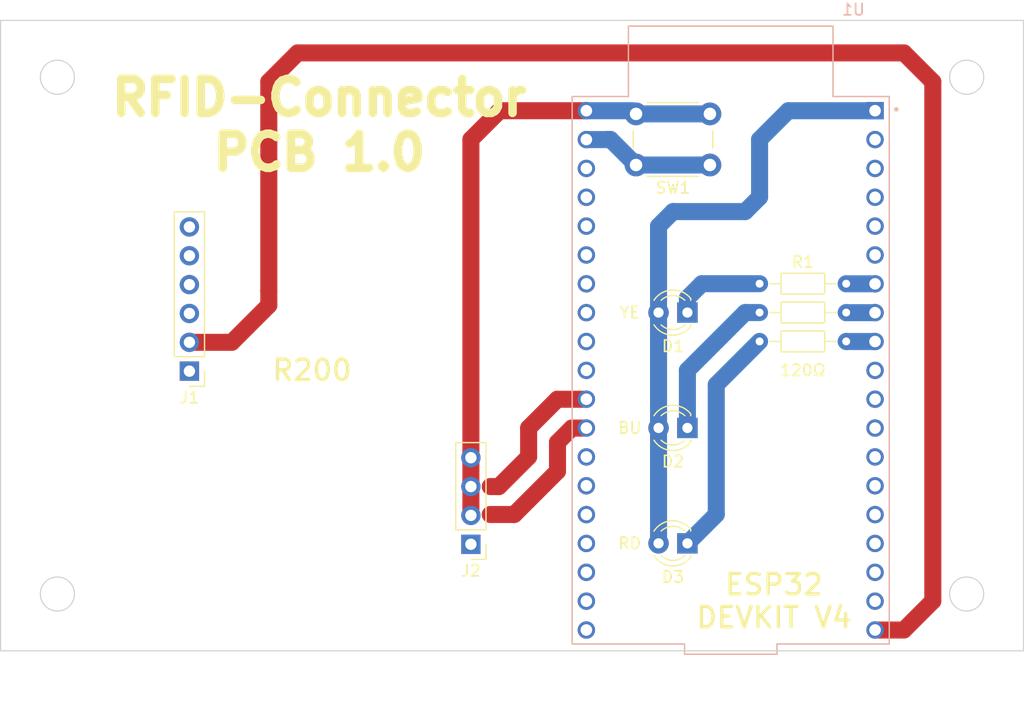
<source format=kicad_pcb>
(kicad_pcb (version 20211014) (generator pcbnew)
  (layers (0 "F.Cu" signal) (31 "B.Cu" signal) (34 "B.Paste" user) (35 "F.Paste" user) (36 "B.SilkS" user "B.Silkscreen") (37 "F.SilkS" user "F.Silkscreen") (38 "B.Mask" user) (39 "F.Mask" user) (44 "Edge.Cuts" user))
  (net 0 "")
  (net 1 "Net-(D1-Pad1)")
  (net 2 "Net-(D1-Pad2)")
  (net 3 "Net-(D2-Pad1)")
  (net 4 "Net-(D3-Pad1)")
  (net 6 "Net-(J1-Pad2)")
  (net 12 "Net-(J2-Pad2)")
  (net 13 "Net-(J2-Pad3)")
  (net 14 "Net-(J2-Pad4)")
  (net 15 "Net-(R1-Pad2)")
  (net 16 "Net-(R2-Pad2)")
  (net 17 "Net-(R3-Pad2)")
  (net 18 "Net-(SW1-Pad1)")
  (footprint "LED_THT:LED_D3.0mm" (layer "F.Cu") (at 138.43 66.04 180)
    (fp_text reference "D3" (at 1.27 -2.96) (layer "F.SilkS"))
    (fp_text value "LED WIFI")
    (fp_line (start -0.29 -1.236) (end -0.29 -1.08) (layer "F.SilkS") (width 0.12))
    (fp_line (start -0.29 1.08) (end -0.29 1.236) (layer "F.SilkS") (width 0.12))
    (fp_arc (start 0.229039 -1.08) (mid 1.270117 -1.5) (end 2.31113 -1.079837) (layer "F.SilkS") (width 0.12))
    (fp_arc (start -0.29 -1.235516) (mid 1.366487 -1.987659) (end 2.942335 -1.078608) (layer "F.SilkS") (width 0.12))
    (fp_arc (start 2.31113 1.079837) (mid 1.270117 1.5) (end 0.229039 1.08) (layer "F.SilkS") (width 0.12))
    (fp_arc (start 2.942335 1.078608) (mid 1.366487 1.987659) (end -0.29 1.235516) (layer "F.SilkS") (width 0.12))
    (pad "1" thru_hole rect (at 0 0 180) (size 1.8 1.8) (drill 0.9) (layers *.Cu *.Mask) (net 4 "Net-(D3-Pad1)"))
    (pad "2" thru_hole circle (at 2.54 0 180) (size 1.8 1.8) (drill 0.9) (layers *.Cu *.Mask) (net 2 "Net-(D1-Pad2)"))
  )
  (footprint "Resistor_THT:R_Axial_DIN0204_L3.6mm_D1.6mm_P7.62mm_Horizontal" (layer "F.Cu") (at 144.78 45.72)
    (fp_text reference "R2" hide)
    (fp_text value "R120")
    (fp_line (start 1.89 0.92) (end 5.73 0.92) (layer "F.SilkS") (width 0.12))
    (fp_line (start 0.94 0) (end 1.89 0) (layer "F.SilkS") (width 0.12))
    (fp_line (start 6.68 0) (end 5.73 0) (layer "F.SilkS") (width 0.12))
    (fp_line (start 1.89 -0.92) (end 1.89 0.92) (layer "F.SilkS") (width 0.12))
    (fp_line (start 5.73 -0.92) (end 1.89 -0.92) (layer "F.SilkS") (width 0.12))
    (fp_line (start 5.73 0.92) (end 5.73 -0.92) (layer "F.SilkS") (width 0.12))
    (pad "1" thru_hole circle (at 0 0) (size 1.4 1.4) (drill 0.7) (layers *.Cu *.Mask) (net 3 "Net-(D2-Pad1)"))
    (pad "2" thru_hole oval (at 7.62 0) (size 1.4 1.4) (drill 0.7) (layers *.Cu *.Mask) (net 16 "Net-(R2-Pad2)"))
  )
  (footprint "Button_Switch_THT:SW_PUSH_6mm" (layer "F.Cu") (at 140.41 32.73 180)
    (fp_text reference "SW1" (at 3.25 -2) (layer "F.SilkS"))
    (fp_text value "SW_RESET_TAG_IDs")
    (fp_line (start -0.25 1.5) (end -0.25 3) (layer "F.SilkS") (width 0.12))
    (fp_line (start 1 5.5) (end 5.5 5.5) (layer "F.SilkS") (width 0.12))
    (fp_line (start 5.5 -1) (end 1 -1) (layer "F.SilkS") (width 0.12))
    (fp_line (start 6.75 3) (end 6.75 1.5) (layer "F.SilkS") (width 0.12))
    (pad "1" thru_hole circle (at 0 0 270) (size 2 2) (drill 1.1) (layers *.Cu *.Mask) (net 18 "Net-(SW1-Pad1)"))
    (pad "1" thru_hole circle (at 6.5 0 270) (size 2 2) (drill 1.1) (layers *.Cu *.Mask) (net 18 "Net-(SW1-Pad1)"))
    (pad "2" thru_hole circle (at 0 4.5 270) (size 2 2) (drill 1.1) (layers *.Cu *.Mask) (net 14 "Net-(J2-Pad4)"))
    (pad "2" thru_hole circle (at 6.5 4.5 270) (size 2 2) (drill 1.1) (layers *.Cu *.Mask) (net 14 "Net-(J2-Pad4)"))
  )
  (footprint "LED_THT:LED_D3.0mm" (layer "F.Cu") (at 138.43 55.88 180)
    (fp_text reference "D2" (at 1.27 -2.96) (layer "F.SilkS"))
    (fp_text value "LED WEBSOCKET")
    (fp_line (start -0.29 -1.236) (end -0.29 -1.08) (layer "F.SilkS") (width 0.12))
    (fp_line (start -0.29 1.08) (end -0.29 1.236) (layer "F.SilkS") (width 0.12))
    (fp_arc (start 2.942335 1.078608) (mid 1.366487 1.987659) (end -0.29 1.235516) (layer "F.SilkS") (width 0.12))
    (fp_arc (start 0.229039 -1.08) (mid 1.270117 -1.5) (end 2.31113 -1.079837) (layer "F.SilkS") (width 0.12))
    (fp_arc (start -0.29 -1.235516) (mid 1.366487 -1.987659) (end 2.942335 -1.078608) (layer "F.SilkS") (width 0.12))
    (fp_arc (start 2.31113 1.079837) (mid 1.270117 1.5) (end 0.229039 1.08) (layer "F.SilkS") (width 0.12))
    (pad "1" thru_hole rect (at 0 0 180) (size 1.8 1.8) (drill 0.9) (layers *.Cu *.Mask) (net 3 "Net-(D2-Pad1)"))
    (pad "2" thru_hole circle (at 2.54 0 180) (size 1.8 1.8) (drill 0.9) (layers *.Cu *.Mask) (net 2 "Net-(D1-Pad2)"))
  )
  (footprint "Connector_PinHeader_2.54mm:PinHeader_1x06_P2.54mm_Vertical" (layer "F.Cu") (at 94.615 50.88 180)
    (fp_text reference "J1" (at 0 -2.33) (layer "F.SilkS"))
    (fp_text value "+5V power supply")
    (fp_line (start -1.33 14.03) (end 1.33 14.03) (layer "F.SilkS") (width 0.12))
    (fp_line (start -1.33 1.27) (end -1.33 14.03) (layer "F.SilkS") (width 0.12))
    (fp_line (start -1.33 1.27) (end 1.33 1.27) (layer "F.SilkS") (width 0.12))
    (fp_line (start 1.33 1.27) (end 1.33 14.03) (layer "F.SilkS") (width 0.12))
    (fp_line (start -1.33 -1.33) (end 0 -1.33) (layer "F.SilkS") (width 0.12))
    (fp_line (start -1.33 0) (end -1.33 -1.33) (layer "F.SilkS") (width 0.12))
    (pad "1" thru_hole rect (at 0 0 180) (size 1.7 1.7) (drill 1) (layers *.Cu *.Mask))
    (pad "2" thru_hole oval (at 0 2.54 180) (size 1.7 1.7) (drill 1) (layers *.Cu *.Mask) (net 6 "Net-(J1-Pad2)"))
    (pad "3" thru_hole oval (at 0 5.08 180) (size 1.7 1.7) (drill 1) (layers *.Cu *.Mask))
    (pad "4" thru_hole oval (at 0 7.62 180) (size 1.7 1.7) (drill 1) (layers *.Cu *.Mask))
    (pad "5" thru_hole oval (at 0 10.16 180) (size 1.7 1.7) (drill 1) (layers *.Cu *.Mask))
    (pad "6" thru_hole oval (at 0 12.7 180) (size 1.7 1.7) (drill 1) (layers *.Cu *.Mask))
  )
  (footprint "Resistor_THT:R_Axial_DIN0204_L3.6mm_D1.6mm_P7.62mm_Horizontal" (layer "F.Cu") (at 144.78 48.26)
    (fp_text reference "R3" hide)
    (fp_text value "R120")
    (fp_line (start 1.89 -0.92) (end 1.89 0.92) (layer "F.SilkS") (width 0.12))
    (fp_line (start 6.68 0) (end 5.73 0) (layer "F.SilkS") (width 0.12))
    (fp_line (start 5.73 -0.92) (end 1.89 -0.92) (layer "F.SilkS") (width 0.12))
    (fp_line (start 1.89 0.92) (end 5.73 0.92) (layer "F.SilkS") (width 0.12))
    (fp_line (start 0.94 0) (end 1.89 0) (layer "F.SilkS") (width 0.12))
    (fp_line (start 5.73 0.92) (end 5.73 -0.92) (layer "F.SilkS") (width 0.12))
    (pad "1" thru_hole circle (at 0 0) (size 1.4 1.4) (drill 0.7) (layers *.Cu *.Mask) (net 4 "Net-(D3-Pad1)"))
    (pad "2" thru_hole oval (at 7.62 0) (size 1.4 1.4) (drill 0.7) (layers *.Cu *.Mask) (net 17 "Net-(R3-Pad2)"))
  )
  (footprint "Resistor_THT:R_Axial_DIN0204_L3.6mm_D1.6mm_P7.62mm_Horizontal" (layer "F.Cu") (at 144.78 43.18)
    (fp_text reference "R1" (at 3.81 -1.92) (layer "F.SilkS"))
    (fp_text value "R120")
    (fp_line (start 0.94 0) (end 1.89 0) (layer "F.SilkS") (width 0.12))
    (fp_line (start 1.89 -0.92) (end 1.89 0.92) (layer "F.SilkS") (width 0.12))
    (fp_line (start 5.73 0.92) (end 5.73 -0.92) (layer "F.SilkS") (width 0.12))
    (fp_line (start 5.73 -0.92) (end 1.89 -0.92) (layer "F.SilkS") (width 0.12))
    (fp_line (start 1.89 0.92) (end 5.73 0.92) (layer "F.SilkS") (width 0.12))
    (fp_line (start 6.68 0) (end 5.73 0) (layer "F.SilkS") (width 0.12))
    (pad "1" thru_hole circle (at 0 0) (size 1.4 1.4) (drill 0.7) (layers *.Cu *.Mask) (net 1 "Net-(D1-Pad1)"))
    (pad "2" thru_hole oval (at 7.62 0) (size 1.4 1.4) (drill 0.7) (layers *.Cu *.Mask) (net 15 "Net-(R1-Pad2)"))
  )
  (footprint "LED_THT:LED_D3.0mm" (layer "F.Cu") (at 138.43 45.72 180)
    (fp_text reference "D1" (at 1.27 -2.96) (layer "F.SilkS"))
    (fp_text value "LED RFID")
    (fp_line (start -0.29 -1.236) (end -0.29 -1.08) (layer "F.SilkS") (width 0.12))
    (fp_line (start -0.29 1.08) (end -0.29 1.236) (layer "F.SilkS") (width 0.12))
    (fp_arc (start -0.29 -1.235516) (mid 1.366487 -1.987659) (end 2.942335 -1.078608) (layer "F.SilkS") (width 0.12))
    (fp_arc (start 2.31113 1.079837) (mid 1.270117 1.5) (end 0.229039 1.08) (layer "F.SilkS") (width 0.12))
    (fp_arc (start 2.942335 1.078608) (mid 1.366487 1.987659) (end -0.29 1.235516) (layer "F.SilkS") (width 0.12))
    (fp_arc (start 0.229039 -1.08) (mid 1.270117 -1.5) (end 2.31113 -1.079837) (layer "F.SilkS") (width 0.12))
    (pad "1" thru_hole rect (at 0 0 180) (size 1.8 1.8) (drill 0.9) (layers *.Cu *.Mask) (net 1 "Net-(D1-Pad1)"))
    (pad "2" thru_hole circle (at 2.54 0 180) (size 1.8 1.8) (drill 0.9) (layers *.Cu *.Mask) (net 2 "Net-(D1-Pad2)"))
  )
  (footprint "Connector_PinHeader_2.54mm:PinHeader_1x04_P2.54mm_Vertical" (layer "F.Cu") (at 119.38 66.12 180)
    (fp_text reference "J2" (at 0 -2.33) (layer "F.SilkS"))
    (fp_text value "3V3 RX TX GND")
    (fp_line (start -1.33 1.27) (end 1.33 1.27) (layer "F.SilkS") (width 0.12))
    (fp_line (start -1.33 8.95) (end 1.33 8.95) (layer "F.SilkS") (width 0.12))
    (fp_line (start -1.33 -1.33) (end 0 -1.33) (layer "F.SilkS") (width 0.12))
    (fp_line (start 1.33 1.27) (end 1.33 8.95) (layer "F.SilkS") (width 0.12))
    (fp_line (start -1.33 1.27) (end -1.33 8.95) (layer "F.SilkS") (width 0.12))
    (fp_line (start -1.33 0) (end -1.33 -1.33) (layer "F.SilkS") (width 0.12))
    (pad "1" thru_hole rect (at 0 0 180) (size 1.7 1.7) (drill 1) (layers *.Cu *.Mask))
    (pad "2" thru_hole oval (at 0 2.54 180) (size 1.7 1.7) (drill 1) (layers *.Cu *.Mask) (net 12 "Net-(J2-Pad2)"))
    (pad "3" thru_hole oval (at 0 5.08 180) (size 1.7 1.7) (drill 1) (layers *.Cu *.Mask) (net 13 "Net-(J2-Pad3)"))
    (pad "4" thru_hole oval (at 0 7.62 180) (size 1.7 1.7) (drill 1) (layers *.Cu *.Mask) (net 14 "Net-(J2-Pad4)"))
  )
  (footprint "ESP32-DEVKITC:MODULE_ESP32-DEVKITC" (layer "B.Cu") (at 142.24 50.8 180)
    (fp_text reference "U1" (at -10.795 31.75) (layer "B.SilkS") (effects (justify mirror)))
    (fp_text value "ESP32-DEVKITC")
    (fp_line (start -4.07 -25) (end 4.06 -25) (layer "B.SilkS") (width 0.127))
    (fp_line (start -9 30.3) (end 9 30.3) (layer "B.SilkS") (width 0.127))
    (fp_line (start -13.95 -24.1) (end -4.07 -24.1) (layer "B.SilkS") (width 0.127))
    (fp_line (start -4.07 -24.1) (end -4.07 -25) (layer "B.SilkS") (width 0.127))
    (fp_line (start -9 24.1) (end -13.95 24.1) (layer "B.SilkS") (width 0.127))
    (fp_line (start 13.95 -24.1) (end 13.95 24.1) (layer "B.SilkS") (width 0.127))
    (fp_line (start 4.06 -25) (end 4.06 -24.1) (layer "B.SilkS") (width 0.127))
    (fp_line (start 13.95 24.1) (end 9 24.1) (layer "B.SilkS") (width 0.127))
    (fp_line (start -13.95 24.1) (end -13.95 -24.1) (layer "B.SilkS") (width 0.127))
    (fp_line (start 4.06 -24.1) (end 13.95 -24.1) (layer "B.SilkS") (width 0.127))
    (fp_line (start 9 30.3) (end 9 24.1) (layer "B.SilkS") (width 0.127))
    (fp_line (start -9 24.1) (end -9 30.3) (layer "B.SilkS") (width 0.127))
    (fp_circle (center -14.57 22.97) (end -14.47 22.97) (layer "B.SilkS") (width 0.2) (fill none))
    (pad "1" thru_hole rect locked (at -12.7 22.85 180) (size 1.53 1.53) (drill 1.02) (layers *.Cu *.Mask) (net 2 "Net-(D1-Pad2)"))
    (pad "2" thru_hole circle locked (at -12.7 20.31 180) (size 1.53 1.53) (drill 1.02) (layers *.Cu *.Mask))
    (pad "3" thru_hole circle locked (at -12.7 17.77 180) (size 1.53 1.53) (drill 1.02) (layers *.Cu *.Mask))
    (pad "4" thru_hole circle locked (at -12.7 15.23 180) (size 1.53 1.53) (drill 1.02) (layers *.Cu *.Mask))
    (pad "5" thru_hole circle locked (at -12.7 12.69 180) (size 1.53 1.53) (drill 1.02) (layers *.Cu *.Mask))
    (pad "6" thru_hole circle locked (at -12.7 10.15 180) (size 1.53 1.53) (drill 1.02) (layers *.Cu *.Mask))
    (pad "7" thru_hole circle locked (at -12.7 7.61 180) (size 1.53 1.53) (drill 1.02) (layers *.Cu *.Mask) (net 15 "Net-(R1-Pad2)"))
    (pad "8" thru_hole circle locked (at -12.7 5.07 180) (size 1.53 1.53) (drill 1.02) (layers *.Cu *.Mask) (net 16 "Net-(R2-Pad2)"))
    (pad "9" thru_hole circle locked (at -12.7 2.53 180) (size 1.53 1.53) (drill 1.02) (layers *.Cu *.Mask) (net 17 "Net-(R3-Pad2)"))
    (pad "10" thru_hole circle locked (at -12.7 -0.01 180) (size 1.53 1.53) (drill 1.02) (layers *.Cu *.Mask))
    (pad "11" thru_hole circle locked (at -12.7 -2.55 180) (size 1.53 1.53) (drill 1.02) (layers *.Cu *.Mask))
    (pad "12" thru_hole circle locked (at -12.7 -5.09 180) (size 1.53 1.53) (drill 1.02) (layers *.Cu *.Mask))
    (pad "13" thru_hole circle locked (at -12.7 -7.63 180) (size 1.53 1.53) (drill 1.02) (layers *.Cu *.Mask))
    (pad "14" thru_hole circle locked (at -12.7 -10.17 180) (size 1.53 1.53) (drill 1.02) (layers *.Cu *.Mask))
    (pad "15" thru_hole circle locked (at -12.7 -12.71 180) (size 1.53 1.53) (drill 1.02) (layers *.Cu *.Mask))
    (pad "16" thru_hole circle locked (at -12.7 -15.25 180) (size 1.53 1.53) (drill 1.02) (layers *.Cu *.Mask))
    (pad "17" thru_hole circle locked (at -12.7 -17.79 180) (size 1.53 1.53) (drill 1.02) (layers *.Cu *.Mask))
    (pad "18" thru_hole circle locked (at -12.7 -20.33 180) (size 1.53 1.53) (drill 1.02) (layers *.Cu *.Mask))
    (pad "19" thru_hole circle locked (at -12.7 -22.87 180) (size 1.53 1.53) (drill 1.02) (layers *.Cu *.Mask) (net 6 "Net-(J1-Pad2)"))
    (pad "20" thru_hole circle locked (at 12.7 -22.87 180) (size 1.53 1.53) (drill 1.02) (layers *.Cu *.Mask))
    (pad "21" thru_hole circle locked (at 12.7 -20.33 180) (size 1.53 1.53) (drill 1.02) (layers *.Cu *.Mask))
    (pad "22" thru_hole circle locked (at 12.7 -17.79 180) (size 1.53 1.53) (drill 1.02) (layers *.Cu *.Mask))
    (pad "23" thru_hole circle locked (at 12.7 -15.25 180) (size 1.53 1.53) (drill 1.02) (layers *.Cu *.Mask))
    (pad "24" thru_hole circle locked (at 12.7 -12.71 180) (size 1.53 1.53) (drill 1.02) (layers *.Cu *.Mask))
    (pad "25" thru_hole circle locked (at 12.7 -10.17 180) (size 1.53 1.53) (drill 1.02) (layers *.Cu *.Mask))
    (pad "26" thru_hole circle locked (at 12.7 -7.63 180) (size 1.53 1.53) (drill 1.02) (layers *.Cu *.Mask))
    (pad "27" thru_hole circle locked (at 12.7 -5.09 180) (size 1.53 1.53) (drill 1.02) (layers *.Cu *.Mask) (net 12 "Net-(J2-Pad2)"))
    (pad "28" thru_hole circle locked (at 12.7 -2.55 180) (size 1.53 1.53) (drill 1.02) (layers *.Cu *.Mask) (net 13 "Net-(J2-Pad3)"))
    (pad "29" thru_hole circle locked (at 12.7 -0.01 180) (size 1.53 1.53) (drill 1.02) (layers *.Cu *.Mask))
    (pad "30" thru_hole circle locked (at 12.7 2.53 180) (size 1.53 1.53) (drill 1.02) (layers *.Cu *.Mask))
    (pad "31" thru_hole circle locked (at 12.7 5.07 180) (size 1.53 1.53) (drill 1.02) (layers *.Cu *.Mask))
    (pad "32" thru_hole circle locked (at 12.7 7.61 180) (size 1.53 1.53) (drill 1.02) (layers *.Cu *.Mask))
    (pad "33" thru_hole circle locked (at 12.7 10.15 180) (size 1.53 1.53) (drill 1.02) (layers *.Cu *.Mask))
    (pad "34" thru_hole circle locked (at 12.7 12.69 180) (size 1.53 1.53) (drill 1.02) (layers *.Cu *.Mask))
    (pad "35" thru_hole circle locked (at 12.7 15.23 180) (size 1.53 1.53) (drill 1.02) (layers *.Cu *.Mask))
    (pad "36" thru_hole circle locked (at 12.7 17.77 180) (size 1.53 1.53) (drill 1.02) (layers *.Cu *.Mask))
    (pad "37" thru_hole circle locked (at 12.7 20.31 180) (size 1.53 1.53) (drill 1.02) (layers *.Cu *.Mask) (net 18 "Net-(SW1-Pad1)"))
    (pad "38" thru_hole circle locked (at 12.7 22.85 180) (size 1.53 1.53) (drill 1.02) (layers *.Cu *.Mask) (net 14 "Net-(J2-Pad4)"))
  )
  (gr_circle (center 83 25) (end 84.5 25) (layer "Edge.Cuts") (width 0.1) (fill none))
  (gr_circle (center 83 70.5) (end 84.5 70.5) (layer "Edge.Cuts") (width 0.1) (fill none))
  (gr_circle (center 163 25) (end 164.5 25) (layer "Edge.Cuts") (width 0.1) (fill none))
  (gr_line (start 168 20) (end 78 20) (layer "Edge.Cuts") (width 0.1))
  (gr_line (start 168 75.5) (end 78 75.5) (layer "Edge.Cuts") (width 0.1))
  (gr_line (start 168 75.5) (end 168 20) (layer "Edge.Cuts") (width 0.1))
  (gr_line (start 78 75.5) (end 78 20) (layer "Edge.Cuts") (width 0.1))
  (gr_circle (center 163 70.5) (end 164.5 70.5) (layer "Edge.Cuts") (width 0.1) (fill none))
  (gr_text "RFID-Connector\nPCB 1.0" (at 106.045 29.21) (layer "F.SilkS") (effects (font (size 3 3) (thickness 0.75))))
  (gr_text "RD" (at 133.35 66.04) (layer "F.SilkS") (effects (font (size 1 1))))
  (gr_text "R200" (at 105.41 50.8) (layer "F.SilkS") (effects (font (size 1.8 1.8) (thickness 0.3))))
  (gr_text "BU" (at 133.35 55.88) (layer "F.SilkS") (effects (font (size 1 1))))
  (gr_text "ESP32\nDEVKIT V4" (at 146.05 71.12) (layer "F.SilkS") (effects (font (size 1.8 1.8) (thickness 0.3))))
  (gr_text "YE" (at 133.35 45.72) (layer "F.SilkS") (effects (font (size 1 1))))
  (gr_text "120Ω" (at 148.59 50.8) (layer "F.SilkS") (effects (font (size 1 1))))
  (segment (start 138.43 44.45) (end 138.43 45.72) (width 1.5) (layer "B.Cu") (net 1))
  (segment (start 139.7 43.18) (end 138.43 44.45) (width 1.5) (layer "B.Cu") (net 1))
  (segment (start 144.78 43.18) (end 139.7 43.18) (width 1.5) (layer "B.Cu") (net 1))
  (segment (start 135.89 66.04) (end 135.89 38.105) (width 1.5) (layer "B.Cu") (net 2))
  (segment (start 135.89 38.105) (end 137.165 36.83) (width 1.5) (layer "B.Cu") (net 2))
  (segment (start 143.51 36.83) (end 144.78 35.56) (width 1.5) (layer "B.Cu") (net 2))
  (segment (start 147.31 27.95) (end 154.94 27.95) (width 1.5) (layer "B.Cu") (net 2))
  (segment (start 137.165 36.83) (end 143.51 36.83) (width 1.5) (layer "B.Cu") (net 2))
  (segment (start 144.78 35.56) (end 144.78 30.48) (width 1.5) (layer "B.Cu") (net 2))
  (segment (start 144.78 30.48) (end 147.31 27.95) (width 1.5) (layer "B.Cu") (net 2))
  (segment (start 144.78 45.72) (end 143.51 45.72) (width 1.5) (layer "B.Cu") (net 3))
  (segment (start 138.43 50.8) (end 138.43 55.88) (width 1.5) (layer "B.Cu") (net 3))
  (segment (start 143.51 45.72) (end 138.43 50.8) (width 1.5) (layer "B.Cu") (net 3))
  (segment (start 140.97 63.5) (end 138.43 66.04) (width 1.5) (layer "B.Cu") (net 4))
  (segment (start 144.78 48.26) (end 140.97 52.07) (width 1.5) (layer "B.Cu") (net 4))
  (segment (start 140.97 52.07) (end 140.97 63.5) (width 1.5) (layer "B.Cu") (net 4))
  (segment (start 101.6 43.815) (end 101.6 45.085) (width 1.5) (layer "F.Cu") (net 6))
  (segment (start 160.02 25.4) (end 157.48 22.86) (width 1.5) (layer "F.Cu") (net 6))
  (segment (start 104.14 22.86) (end 101.6 25.4) (width 1.5) (layer "F.Cu") (net 6))
  (segment (start 157.48 22.86) (end 104.14 22.86) (width 1.5) (layer "F.Cu") (net 6))
  (segment (start 101.6 25.4) (end 101.6 43.815) (width 1.5) (layer "F.Cu") (net 6))
  (segment (start 157.47 73.67) (end 160.02 71.12) (width 1.5) (layer "F.Cu") (net 6))
  (segment (start 101.6 45.085) (end 98.345 48.34) (width 1.5) (layer "F.Cu") (net 6))
  (segment (start 160.02 71.12) (end 160.02 25.4) (width 1.5) (layer "F.Cu") (net 6))
  (segment (start 98.345 48.34) (end 94.615 48.34) (width 1.5) (layer "F.Cu") (net 6))
  (segment (start 154.94 73.67) (end 157.47 73.67) (width 1.5) (layer "F.Cu") (net 6))
  (segment (start 127 59.69) (end 123.19 63.5) (width 1.5) (layer "F.Cu") (net 12))
  (segment (start 123.19 63.5) (end 121.08 63.5) (width 1.5) (layer "F.Cu") (net 12))
  (segment (start 129.54 55.89) (end 128.26 55.89) (width 1.5) (layer "F.Cu") (net 12))
  (segment (start 128.26 55.89) (end 127 57.15) (width 1.5) (layer "F.Cu") (net 12))
  (segment (start 127 57.15) (end 127 59.69) (width 1.5) (layer "F.Cu") (net 12))
  (segment (start 124.46 55.88) (end 124.46 58.42) (width 1.5) (layer "F.Cu") (net 13))
  (segment (start 121.84 61.04) (end 121.08 61.04) (width 1.5) (layer "F.Cu") (net 13))
  (segment (start 129.54 53.35) (end 126.99 53.35) (width 1.5) (layer "F.Cu") (net 13))
  (segment (start 126.99 53.35) (end 124.46 55.88) (width 1.5) (layer "F.Cu") (net 13))
  (segment (start 124.46 58.42) (end 121.84 61.04) (width 1.5) (layer "F.Cu") (net 13))
  (segment (start 119.38 63.5) (end 119.38 30.48) (width 1.5) (layer "F.Cu") (net 14))
  (segment (start 121.91 27.95) (end 129.54 27.95) (width 1.5) (layer "F.Cu") (net 14))
  (segment (start 119.38 30.48) (end 121.91 27.95) (width 1.5) (layer "F.Cu") (net 14))
  (segment (start 133.91 28.23) (end 140.41 28.23) (width 1.5) (layer "B.Cu") (net 14))
  (segment (start 133.63 27.95) (end 133.91 28.23) (width 0.25) (layer "B.Cu") (net 14))
  (segment (start 129.54 27.95) (end 133.63 27.95) (width 1.5) (layer "B.Cu") (net 14))
  (segment (start 152.41 43.19) (end 152.4 43.18) (width 1.5) (layer "B.Cu") (net 15))
  (segment (start 154.94 43.19) (end 152.41 43.19) (width 1.5) (layer "B.Cu") (net 15))
  (segment (start 152.41 45.73) (end 152.4 45.72) (width 1.5) (layer "B.Cu") (net 16))
  (segment (start 154.94 45.73) (end 152.41 45.73) (width 1.5) (layer "B.Cu") (net 16))
  (segment (start 154.94 48.27) (end 152.41 48.27) (width 1.5) (layer "B.Cu") (net 17))
  (segment (start 152.41 48.27) (end 152.4 48.26) (width 1.5) (layer "B.Cu") (net 17))
  (segment (start 131.445 30.48) (end 131.435 30.49) (width 1.5) (layer "B.Cu") (net 18))
  (segment (start 131.66 30.48) (end 131.445 30.48) (width 1.5) (layer "B.Cu") (net 18))
  (segment (start 131.435 30.49) (end 129.54 30.49) (width 1.5) (layer "B.Cu") (net 18))
  (segment (start 140.41 32.73) (end 133.91 32.73) (width 1.5) (layer "B.Cu") (net 18))
  (segment (start 133.91 32.73) (end 131.66 30.48) (width 1.5) (layer "B.Cu") (net 18))
)
</source>
